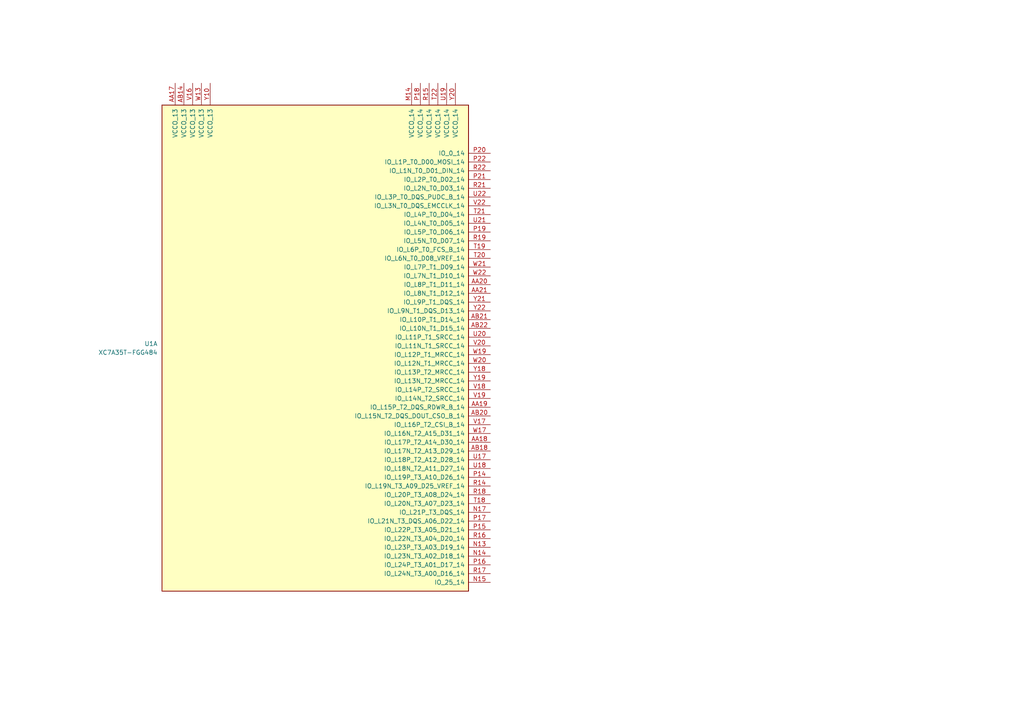
<source format=kicad_sch>
(kicad_sch (version 20250114) (generator "eeschema") (generator_version "9.0")
  (paper "A4")
  (lib_symbols
    (symbol "FPGA_Xilinx_Artix7:XC7A35T-FGG484" (pin_names (offset 1.016))
      (property "Reference" "U" (at 0 1.27 0))
      (property "Value" "XC7A35T-FGG484" (at 0 -1.27 0))
      (symbol "XC7A35T-FGG484_1_1"
        (rectangle (start -44.45 67.31) (end 44.45 -73.66) (stroke (width 0.254)) (fill (type background)))
        (pin power_in line (at -40.64 73.66 270) (length 6.35) (name "VCCO_13") (number "AA17"))
        (pin power_in line (at -38.1 73.66 270) (length 6.35) (name "VCCO_13") (number "AB14"))
        (pin power_in line (at -35.56 73.66 270) (length 6.35) (name "VCCO_13") (number "V16"))
        (pin power_in line (at -33.02 73.66 270) (length 6.35) (name "VCCO_13") (number "W13"))
        (pin power_in line (at -30.48 73.66 270) (length 6.35) (name "VCCO_13") (number "Y10"))
        (pin power_in line (at 27.94 73.66 270) (length 6.35) (name "VCCO_14") (number "M14"))
        (pin power_in line (at 30.48 73.66 270) (length 6.35) (name "VCCO_14") (number "P18"))
        (pin power_in line (at 33.02 73.66 270) (length 6.35) (name "VCCO_14") (number "R15"))
        (pin power_in line (at 35.56 73.66 270) (length 6.35) (name "VCCO_14") (number "T22"))
        (pin power_in line (at 38.1 73.66 270) (length 6.35) (name "VCCO_14") (number "U19"))
        (pin power_in line (at 40.64 73.66 270) (length 6.35) (name "VCCO_14") (number "Y20"))
        (pin bidirectional line (at 50.8 53.34 180) (length 6.35) (name "IO_0_14") (number "P20"))
        (pin bidirectional line (at 50.8 50.8 180) (length 6.35) (name "IO_L1P_T0_D00_MOSI_14") (number "P22"))
        (pin bidirectional line (at 50.8 48.26 180) (length 6.35) (name "IO_L1N_T0_D01_DIN_14") (number "R22"))
        (pin bidirectional line (at 50.8 45.72 180) (length 6.35) (name "IO_L2P_T0_D02_14") (number "P21"))
        (pin bidirectional line (at 50.8 43.18 180) (length 6.35) (name "IO_L2N_T0_D03_14") (number "R21"))
        (pin bidirectional line (at 50.8 40.64 180) (length 6.35) (name "IO_L3P_T0_DQS_PUDC_B_14") (number "U22"))
        (pin bidirectional line (at 50.8 38.1 180) (length 6.35) (name "IO_L3N_T0_DQS_EMCCLK_14") (number "V22"))
        (pin bidirectional line (at 50.8 35.56 180) (length 6.35) (name "IO_L4P_T0_D04_14") (number "T21"))
        (pin bidirectional line (at 50.8 33.02 180) (length 6.35) (name "IO_L4N_T0_D05_14") (number "U21"))
        (pin bidirectional line (at 50.8 30.48 180) (length 6.35) (name "IO_L5P_T0_D06_14") (number "P19"))
        (pin bidirectional line (at 50.8 27.94 180) (length 6.35) (name "IO_L5N_T0_D07_14") (number "R19"))
        (pin bidirectional line (at 50.8 25.4 180) (length 6.35) (name "IO_L6P_T0_FCS_B_14") (number "T19"))
        (pin bidirectional line (at 50.8 22.86 180) (length 6.35) (name "IO_L6N_T0_D08_VREF_14") (number "T20"))
        (pin bidirectional line (at 50.8 20.32 180) (length 6.35) (name "IO_L7P_T1_D09_14") (number "W21"))
        (pin bidirectional line (at 50.8 17.78 180) (length 6.35) (name "IO_L7N_T1_D10_14") (number "W22"))
        (pin bidirectional line (at 50.8 15.24 180) (length 6.35) (name "IO_L8P_T1_D11_14") (number "AA20"))
        (pin bidirectional line (at 50.8 12.7 180) (length 6.35) (name "IO_L8N_T1_D12_14") (number "AA21"))
        (pin bidirectional line (at 50.8 10.16 180) (length 6.35) (name "IO_L9P_T1_DQS_14") (number "Y21"))
        (pin bidirectional line (at 50.8 7.62 180) (length 6.35) (name "IO_L9N_T1_DQS_D13_14") (number "Y22"))
        (pin bidirectional line (at 50.8 5.08 180) (length 6.35) (name "IO_L10P_T1_D14_14") (number "AB21"))
        (pin bidirectional line (at 50.8 2.54 180) (length 6.35) (name "IO_L10N_T1_D15_14") (number "AB22"))
        (pin bidirectional line (at 50.8 0 180) (length 6.35) (name "IO_L11P_T1_SRCC_14") (number "U20"))
        (pin bidirectional line (at 50.8 -2.54 180) (length 6.35) (name "IO_L11N_T1_SRCC_14") (number "V20"))
        (pin bidirectional line (at 50.8 -5.08 180) (length 6.35) (name "IO_L12P_T1_MRCC_14") (number "W19"))
        (pin bidirectional line (at 50.8 -7.62 180) (length 6.35) (name "IO_L12N_T1_MRCC_14") (number "W20"))
        (pin bidirectional line (at 50.8 -10.16 180) (length 6.35) (name "IO_L13P_T2_MRCC_14") (number "Y18"))
        (pin bidirectional line (at 50.8 -12.7 180) (length 6.35) (name "IO_L13N_T2_MRCC_14") (number "Y19"))
        (pin bidirectional line (at 50.8 -15.24 180) (length 6.35) (name "IO_L14P_T2_SRCC_14") (number "V18"))
        (pin bidirectional line (at 50.8 -17.78 180) (length 6.35) (name "IO_L14N_T2_SRCC_14") (number "V19"))
        (pin bidirectional line (at 50.8 -20.32 180) (length 6.35) (name "IO_L15P_T2_DQS_RDWR_B_14") (number "AA19"))
        (pin bidirectional line (at 50.8 -22.86 180) (length 6.35) (name "IO_L15N_T2_DQS_DOUT_CSO_B_14") (number "AB20"))
        (pin bidirectional line (at 50.8 -25.4 180) (length 6.35) (name "IO_L16P_T2_CSI_B_14") (number "V17"))
        (pin bidirectional line (at 50.8 -27.94 180) (length 6.35) (name "IO_L16N_T2_A15_D31_14") (number "W17"))
        (pin bidirectional line (at 50.8 -30.48 180) (length 6.35) (name "IO_L17P_T2_A14_D30_14") (number "AA18"))
        (pin bidirectional line (at 50.8 -33.02 180) (length 6.35) (name "IO_L17N_T2_A13_D29_14") (number "AB18"))
        (pin bidirectional line (at 50.8 -35.56 180) (length 6.35) (name "IO_L18P_T2_A12_D28_14") (number "U17"))
        (pin bidirectional line (at 50.8 -38.1 180) (length 6.35) (name "IO_L18N_T2_A11_D27_14") (number "U18"))
        (pin bidirectional line (at 50.8 -40.64 180) (length 6.35) (name "IO_L19P_T3_A10_D26_14") (number "P14"))
        (pin bidirectional line (at 50.8 -43.18 180) (length 6.35) (name "IO_L19N_T3_A09_D25_VREF_14") (number "R14"))
        (pin bidirectional line (at 50.8 -45.72 180) (length 6.35) (name "IO_L20P_T3_A08_D24_14") (number "R18"))
        (pin bidirectional line (at 50.8 -48.26 180) (length 6.35) (name "IO_L20N_T3_A07_D23_14") (number "T18"))
        (pin bidirectional line (at 50.8 -50.8 180) (length 6.35) (name "IO_L21P_T3_DQS_14") (number "N17"))
        (pin bidirectional line (at 50.8 -53.34 180) (length 6.35) (name "IO_L21N_T3_DQS_A06_D22_14") (number "P17"))
        (pin bidirectional line (at 50.8 -55.88 180) (length 6.35) (name "IO_L22P_T3_A05_D21_14") (number "P15"))
        (pin bidirectional line (at 50.8 -58.42 180) (length 6.35) (name "IO_L22N_T3_A04_D20_14") (number "R16"))
        (pin bidirectional line (at 50.8 -60.96 180) (length 6.35) (name "IO_L23P_T3_A03_D19_14") (number "N13"))
        (pin bidirectional line (at 50.8 -63.5 180) (length 6.35) (name "IO_L23N_T3_A02_D18_14") (number "N14"))
        (pin bidirectional line (at 50.8 -66.04 180) (length 6.35) (name "IO_L24P_T3_A01_D17_14") (number "P16"))
        (pin bidirectional line (at 50.8 -68.58 180) (length 6.35) (name "IO_L24N_T3_A00_D16_14") (number "R17"))
        (pin bidirectional line (at 50.8 -71.12 180) (length 6.35) (name "IO_25_14") (number "N15"))
      )
      (symbol "XC7A35T-FGG484_2_1"
        (rectangle (start -44.45 67.31) (end 44.45 -73.66) (stroke (width 0.254)) (fill (type background)))
        (pin bidirectional line (at -50.8 53.34 0) (length 6.35) (name "IO_0_15") (number "J16"))
        (pin bidirectional line (at -50.8 50.8 0) (length 6.35) (name "IO_L1P_T0_AD0P_15") (number "H13"))
        (pin bidirectional line (at -50.8 48.26 0) (length 6.35) (name "IO_L1N_T0_AD0N_15") (number "G13"))
        (pin bidirectional line (at -50.8 45.72 0) (length 6.35) (name "IO_L2P_T0_AD8P_15") (number "G15"))
        (pin bidirectional line (at -50.8 43.18 0) (length 6.35) (name "IO_L2N_T0_AD8N_15") (number "G16"))
        (pin bidirectional line (at -50.8 40.64 0) (length 6.35) (name "IO_L3P_T0_DQS_AD1P_15") (number "J14"))
        (pin bidirectional line (at -50.8 38.1 0) (length 6.35) (name "IO_L3N_T0_DQS_AD1N_15") (number "H14"))
        (pin bidirectional line (at -50.8 35.56 0) (length 6.35) (name "IO_L4P_T0_15") (number "G17"))
        (pin bidirectional line (at -50.8 33.02 0) (length 6.35) (name "IO_L4N_T0_15") (number "G18"))
        (pin bidirectional line (at -50.8 30.48 0) (length 6.35) (name "IO_L5P_T0_AD9P_15") (number "J15"))
        (pin bidirectional line (at -50.8 27.94 0) (length 6.35) (name "IO_L5N_T0_AD9N_15") (number "H15"))
        (pin bidirectional line (at -50.8 25.4 0) (length 6.35) (name "IO_L6P_T0_15") (number "H17"))
        (pin bidirectional line (at -50.8 22.86 0) (length 6.35) (name "IO_L6N_T0_VREF_15") (number "H18"))
        (pin bidirectional line (at -50.8 20.32 0) (length 6.35) (name "IO_L7P_T1_AD2P_15") (number "J22"))
        (pin bidirectional line (at -50.8 17.78 0) (length 6.35) (name "IO_L7N_T1_AD2N_15") (number "H22"))
        (pin bidirectional line (at -50.8 15.24 0) (length 6.35) (name "IO_L8P_T1_AD10P_15") (number "H20"))
        (pin bidirectional line (at -50.8 12.7 0) (length 6.35) (name "IO_L8N_T1_AD10N_15") (number "G20"))
        (pin bidirectional line (at -50.8 10.16 0) (length 6.35) (name "IO_L9P_T1_DQS_AD3P_15") (number "K21"))
        (pin bidirectional line (at -50.8 7.62 0) (length 6.35) (name "IO_L9N_T1_DQS_AD3N_15") (number "K22"))
        (pin bidirectional line (at -50.8 5.08 0) (length 6.35) (name "IO_L10P_T1_AD11P_15") (number "M21"))
        (pin bidirectional line (at -50.8 2.54 0) (length 6.35) (name "IO_L10N_T1_AD11N_15") (number "L21"))
        (pin bidirectional line (at -50.8 0 0) (length 6.35) (name "IO_L11P_T1_SRCC_15") (number "J20"))
        (pin bidirectional line (at -50.8 -2.54 0) (length 6.35) (name "IO_L11N_T1_SRCC_15") (number "J21"))
        (pin bidirectional line (at -50.8 -5.08 0) (length 6.35) (name "IO_L12P_T1_MRCC_15") (number "J19"))
        (pin bidirectional line (at -50.8 -7.62 0) (length 6.35) (name "IO_L12N_T1_MRCC_15") (number "H19"))
        (pin bidirectional line (at -50.8 -10.16 0) (length 6.35) (name "IO_L13P_T2_MRCC_15") (number "K18"))
        (pin bidirectional line (at -50.8 -12.7 0) (length 6.35) (name "IO_L13N_T2_MRCC_15") (number "K19"))
        (pin bidirectional line (at -50.8 -15.24 0) (length 6.35) (name "IO_L14P_T2_SRCC_15") (number "L19"))
        (pin bidirectional line (at -50.8 -17.78 0) (length 6.35) (name "IO_L14N_T2_SRCC_15") (number "L20"))
        (pin bidirectional line (at -50.8 -20.32 0) (length 6.35) (name "IO_L15P_T2_DQS_15") (number "N22"))
        (pin bidirectional line (at -50.8 -22.86 0) (length 6.35) (name "IO_L15N_T2_DQS_ADV_B_15") (number "M22"))
        (pin bidirectional line (at -50.8 -25.4 0) (length 6.35) (name "IO_L16P_T2_A28_15") (number "M18"))
        (pin bidirectional line (at -50.8 -27.94 0) (length 6.35) (name "IO_L16N_T2_A27_15") (number "L18"))
        (pin bidirectional line (at -50.8 -30.48 0) (length 6.35) (name "IO_L17P_T2_A26_15") (number "N18"))
        (pin bidirectional line (at -50.8 -33.02 0) (length 6.35) (name "IO_L17N_T2_A25_15") (number "N19"))
        (pin bidirectional line (at -50.8 -35.56 0) (length 6.35) (name "IO_L18P_T2_A24_15") (number "N20"))
        (pin bidirectional line (at -50.8 -38.1 0) (length 6.35) (name "IO_L18N_T2_A23_15") (number "M20"))
        (pin bidirectional line (at -50.8 -40.64 0) (length 6.35) (name "IO_L19P_T3_A22_15") (number "K13"))
        (pin bidirectional line (at -50.8 -43.18 0) (length 6.35) (name "IO_L19N_T3_A21_VREF_15") (number "K14"))
        (pin bidirectional line (at -50.8 -45.72 0) (length 6.35) (name "IO_L20P_T3_A20_15") (number "M13"))
        (pin bidirectional line (at -50.8 -48.26 0) (length 6.35) (name "IO_L20N_T3_A19_15") (number "L13"))
        (pin bidirectional line (at -50.8 -50.8 0) (length 6.35) (name "IO_L21P_T3_DQS_15") (number "K17"))
        (pin bidirectional line (at -50.8 -53.34 0) (length 6.35) (name "IO_L21N_T3_DQS_A18_15") (number "J17"))
        (pin bidirectional line (at -50.8 -55.88 0) (length 6.35) (name "IO_L22P_T3_A17_15") (number "L14"))
        (pin bidirectional line (at -50.8 -58.42 0) (length 6.35) (name "IO_L22N_T3_A16_15") (number "L15"))
        (pin bidirectional line (at -50.8 -60.96 0) (length 6.35) (name "IO_L23P_T3_FOE_B_15") (number "L16"))
        (pin bidirectional line (at -50.8 -63.5 0) (length 6.35) (name "IO_L23N_T3_FWE_B_15") (number "K16"))
        (pin bidirectional line (at -50.8 -66.04 0) (length 6.35) (name "IO_L24P_T3_RS1_15") (number "M15"))
        (pin bidirectional line (at -50.8 -68.58 0) (length 6.35) (name "IO_L24N_T3_RS0_15") (number "M16"))
        (pin bidirectional line (at -50.8 -71.12 0) (length 6.35) (name "IO_25_15") (number "M17"))
        (pin power_in line (at -40.64 73.66 270) (length 6.35) (name "VCCO_15") (number "G19"))
        (pin power_in line (at -38.1 73.66 270) (length 6.35) (name "VCCO_15") (number "H16"))
        (pin power_in line (at -35.56 73.66 270) (length 6.35) (name "VCCO_15") (number "J13"))
        (pin power_in line (at -33.02 73.66 270) (length 6.35) (name "VCCO_15") (number "K20"))
        (pin power_in line (at -30.48 73.66 270) (length 6.35) (name "VCCO_15") (number "L17"))
        (pin power_in line (at -27.94 73.66 270) (length 6.35) (name "VCCO_15") (number "N21"))
        (pin power_in line (at 27.94 73.66 270) (length 6.35) (name "VCCO_16") (number "A17"))
        (pin power_in line (at 30.48 73.66 270) (length 6.35) (name "VCCO_16") (number "B14"))
        (pin power_in line (at 33.02 73.66 270) (length 6.35) (name "VCCO_16") (number "C21"))
        (pin power_in line (at 35.56 73.66 270) (length 6.35) (name "VCCO_16") (number "D18"))
        (pin power_in line (at 38.1 73.66 270) (length 6.35) (name "VCCO_16") (number "E15"))
        (pin power_in line (at 40.64 73.66 270) (length 6.35) (name "VCCO_16") (number "F22"))
        (pin bidirectional line (at 50.8 53.34 180) (length 6.35) (name "IO_0_16") (number "F15"))
        (pin bidirectional line (at 50.8 50.8 180) (length 6.35) (name "IO_L1P_T0_16") (number "F13"))
        (pin bidirectional line (at 50.8 48.26 180) (length 6.35) (name "IO_L1N_T0_16") (number "F14"))
        (pin bidirectional line (at 50.8 45.72 180) (length 6.35) (name "IO_L2P_T0_16") (number "F16"))
        (pin bidirectional line (at 50.8 43.18 180) (length 6.35) (name "IO_L2N_T0_16") (number "E17"))
        (pin bidirectional line (at 50.8 40.64 180) (length 6.35) (name "IO_L3P_T0_DQS_16") (number "C14"))
        (pin bidirectional line (at 50.8 38.1 180) (length 6.35) (name "IO_L3N_T0_DQS_16") (number "C15"))
        (pin bidirectional line (at 50.8 35.56 180) (length 6.35) (name "IO_L4P_T0_16") (number "E13"))
        (pin bidirectional line (at 50.8 33.02 180) (length 6.35) (name "IO_L4N_T0_16") (number "E14"))
        (pin bidirectional line (at 50.8 30.48 180) (length 6.35) (name "IO_L5P_T0_16") (number "E16"))
        (pin bidirectional line (at 50.8 27.94 180) (length 6.35) (name "IO_L5N_T0_16") (number "D16"))
        (pin bidirectional line (at 50.8 25.4 180) (length 6.35) (name "IO_L6P_T0_16") (number "D14"))
        (pin bidirectional line (at 50.8 22.86 180) (length 6.35) (name "IO_L6N_T0_VREF_16") (number "D15"))
        (pin bidirectional line (at 50.8 20.32 180) (length 6.35) (name "IO_L7P_T1_16") (number "B15"))
        (pin bidirectional line (at 50.8 17.78 180) (length 6.35) (name "IO_L7N_T1_16") (number "B16"))
        (pin bidirectional line (at 50.8 15.24 180) (length 6.35) (name "IO_L8P_T1_16") (number "C13"))
        (pin bidirectional line (at 50.8 12.7 180) (length 6.35) (name "IO_L8N_T1_16") (number "B13"))
        (pin bidirectional line (at 50.8 10.16 180) (length 6.35) (name "IO_L9P_T1_DQS_16") (number "A15"))
        (pin bidirectional line (at 50.8 7.62 180) (length 6.35) (name "IO_L9N_T1_DQS_16") (number "A16"))
        (pin bidirectional line (at 50.8 5.08 180) (length 6.35) (name "IO_L10P_T1_16") (number "A13"))
        (pin bidirectional line (at 50.8 2.54 180) (length 6.35) (name "IO_L10N_T1_16") (number "A14"))
        (pin bidirectional line (at 50.8 0 180) (length 6.35) (name "IO_L11P_T1_SRCC_16") (number "B17"))
        (pin bidirectional line (at 50.8 -2.54 180) (length 6.35) (name "IO_L11N_T1_SRCC_16") (number "B18"))
        (pin bidirectional line (at 50.8 -5.08 180) (length 6.35) (name "IO_L12P_T1_MRCC_16") (number "D17"))
        (pin bidirectional line (at 50.8 -7.62 180) (length 6.35) (name "IO_L12N_T1_MRCC_16") (number "C17"))
        (pin bidirectional line (at 50.8 -10.16 180) (length 6.35) (name "IO_L13P_T2_MRCC_16") (number "C18"))
        (pin bidirectional line (at 50.8 -12.7 180) (length 6.35) (name "IO_L13N_T2_MRCC_16") (number "C19"))
        (pin bidirectional line (at 50.8 -15.24 180) (length 6.35) (name "IO_L14P_T2_SRCC_16") (number "E19"))
        (pin bidirectional line (at 50.8 -17.78 180) (length 6.35) (name "IO_L14N_T2_SRCC_16") (number "D19"))
        (pin bidirectional line (at 50.8 -20.32 180) (length 6.35) (name "IO_L15P_T2_DQS_16") (number "F18"))
        (pin bidirectional line (at 50.8 -22.86 180) (length 6.35) (name "IO_L15N_T2_DQS_16") (number "E18"))
        (pin bidirectional line (at 50.8 -25.4 180) (length 6.35) (name "IO_L16P_T2_16") (number "B20"))
        (pin bidirectional line (at 50.8 -27.94 180) (length 6.35) (name "IO_L16N_T2_16") (number "A20"))
        (pin bidirectional line (at 50.8 -30.48 180) (length 6.35) (name "IO_L17P_T2_16") (number "A18"))
        (pin bidirectional line (at 50.8 -33.02 180) (length 6.35) (name "IO_L17N_T2_16") (number "A19"))
        (pin bidirectional line (at 50.8 -35.56 180) (length 6.35) (name "IO_L18P_T2_16") (number "F19"))
        (pin bidirectional line (at 50.8 -38.1 180) (length 6.35) (name "IO_L18N_T2_16") (number "F20"))
        (pin bidirectional line (at 50.8 -40.64 180) (length 6.35) (name "IO_L19P_T3_16") (number "D20"))
        (pin bidirectional line (at 50.8 -43.18 180) (length 6.35) (name "IO_L19N_T3_VREF_16") (number "C20"))
        (pin bidirectional line (at 50.8 -45.72 180) (length 6.35) (name "IO_L20P_T3_16") (number "C22"))
        (pin bidirectional line (at 50.8 -48.26 180) (length 6.35) (name "IO_L20N_T3_16") (number "B22"))
        (pin bidirectional line (at 50.8 -50.8 180) (length 6.35) (name "IO_L21P_T3_DQS_16") (number "B21"))
        (pin bidirectional line (at 50.8 -53.34 180) (length 6.35) (name "IO_L21N_T3_DQS_16") (number "A21"))
        (pin bidirectional line (at 50.8 -55.88 180) (length 6.35) (name "IO_L22P_T3_16") (number "E22"))
        (pin bidirectional line (at 50.8 -58.42 180) (length 6.35) (name "IO_L22N_T3_16") (number "D22"))
        (pin bidirectional line (at 50.8 -60.96 180) (length 6.35) (name "IO_L23P_T3_16") (number "E21"))
        (pin bidirectional line (at 50.8 -63.5 180) (length 6.35) (name "IO_L23N_T3_16") (number "D21"))
        (pin bidirectional line (at 50.8 -66.04 180) (length 6.35) (name "IO_L24P_T3_16") (number "G21"))
        (pin bidirectional line (at 50.8 -68.58 180) (length 6.35) (name "IO_L24N_T3_16") (number "G22"))
        (pin bidirectional line (at 50.8 -71.12 180) (length 6.35) (name "IO_25_16") (number "F21"))
      )
      (symbol "XC7A35T-FGG484_3_1"
        (rectangle (start -44.45 67.31) (end 44.45 -73.66) (stroke (width 0.254)) (fill (type background)))
        (pin bidirectional line (at -50.8 53.34 0) (length 6.35) (name "IO_0_34") (number "T3"))
        (pin bidirectional line (at -50.8 50.8 0) (length 6.35) (name "IO_L1P_T0_34") (number "T1"))
        (pin bidirectional line (at -50.8 48.26 0) (length 6.35) (name "IO_L1N_T0_34") (number "U1"))
        (pin bidirectional line (at -50.8 45.72 0) (length 6.35) (name "IO_L2P_T0_34") (number "U2"))
        (pin bidirectional line (at -50.8 43.18 0) (length 6.35) (name "IO_L2N_T0_34") (number "V2"))
        (pin bidirectional line (at -50.8 40.64 0) (length 6.35) (name "IO_L3P_T0_DQS_34") (number "R3"))
        (pin bidirectional line (at -50.8 38.1 0) (length 6.35) (name "IO_L3N_T0_DQS_34") (number "R2"))
        (pin bidirectional line (at -50.8 35.56 0) (length 6.35) (name "IO_L4P_T0_34") (number "W2"))
        (pin bidirectional line (at -50.8 33.02 0) (length 6.35) (name "IO_L4N_T0_34") (number "Y2"))
        (pin bidirectional line (at -50.8 30.48 0) (length 6.35) (name "IO_L5P_T0_34") (number "W1"))
        (pin bidirectional line (at -50.8 27.94 0) (length 6.35) (name "IO_L5N_T0_34") (number "Y1"))
        (pin bidirectional line (at -50.8 25.4 0) (length 6.35) (name "IO_L6P_T0_34") (number "U3"))
        (pin bidirectional line (at -50.8 22.86 0) (length 6.35) (name "IO_L6N_T0_VREF_34") (number "V3"))
        (pin bidirectional line (at -50.8 20.32 0) (length 6.35) (name "IO_L7P_T1_34") (number "AA1"))
        (pin bidirectional line (at -50.8 17.78 0) (length 6.35) (name "IO_L7N_T1_34") (number "AB1"))
        (pin bidirectional line (at -50.8 15.24 0) (length 6.35) (name "IO_L8P_T1_34") (number "AB3"))
        (pin bidirectional line (at -50.8 12.7 0) (length 6.35) (name "IO_L8N_T1_34") (number "AB2"))
        (pin bidirectional line (at -50.8 10.16 0) (length 6.35) (name "IO_L9P_T1_DQS_34") (number "Y3"))
        (pin bidirectional line (at -50.8 7.62 0) (length 6.35) (name "IO_L9N_T1_DQS_34") (number "AA3"))
        (pin bidirectional line (at -50.8 5.08 0) (length 6.35) (name "IO_L10P_T1_34") (number "AA5"))
        (pin bidirectional line (at -50.8 2.54 0) (length 6.35) (name "IO_L10N_T1_34") (number "AB5"))
        (pin bidirectional line (at -50.8 0 0) (length 6.35) (name "IO_L11P_T1_SRCC_34") (number "Y4"))
        (pin bidirectional line (at -50.8 -2.54 0) (length 6.35) (name "IO_L11N_T1_SRCC_34") (number "AA4"))
        (pin bidirectional line (at -50.8 -5.08 0) (length 6.35) (name "IO_L12P_T1_MRCC_34") (number "V4"))
        (pin bidirectional line (at -50.8 -7.62 0) (length 6.35) (name "IO_L12N_T1_MRCC_34") (number "W4"))
        (pin bidirectional line (at -50.8 -10.16 0) (length 6.35) (name "IO_L13P_T2_MRCC_34") (number "R4"))
        (pin bidirectional line (at -50.8 -12.7 0) (length 6.35) (name "IO_L13N_T2_MRCC_34") (number "T4"))
        (pin bidirectional line (at -50.8 -15.24 0) (length 6.35) (name "IO_L14P_T2_SRCC_34") (number "T5"))
        (pin bidirectional line (at -50.8 -17.78 0) (length 6.35) (name "IO_L14N_T2_SRCC_34") (number "U5"))
        (pin bidirectional line (at -50.8 -20.32 0) (length 6.35) (name "IO_L15P_T2_DQS_34") (number "W6"))
        (pin bidirectional line (at -50.8 -22.86 0) (length 6.35) (name "IO_L15N_T2_DQS_34") (number "W5"))
        (pin bidirectional line (at -50.8 -25.4 0) (length 6.35) (name "IO_L16P_T2_34") (number "U6"))
        (pin bidirectional line (at -50.8 -27.94 0) (length 6.35) (name "IO_L16N_T2_34") (number "V5"))
        (pin bidirectional line (at -50.8 -30.48 0) (length 6.35) (name "IO_L17P_T2_34") (number "R6"))
        (pin bidirectional line (at -50.8 -33.02 0) (length 6.35) (name "IO_L17N_T2_34") (number "T6"))
        (pin bidirectional line (at -50.8 -35.56 0) (length 6.35) (name "IO_L18P_T2_34") (number "Y6"))
        (pin bidirectional line (at -50.8 -38.1 0) (length 6.35) (name "IO_L18N_T2_34") (number "AA6"))
        (pin bidirectional line (at -50.8 -40.64 0) (length 6.35) (name "IO_L19P_T3_34") (number "V7"))
        (pin bidirectional line (at -50.8 -43.18 0) (length 6.35) (name "IO_L19N_T3_VREF_34") (number "W7"))
        (pin bidirectional line (at -50.8 -45.72 0) (length 6.35) (name "IO_L20P_T3_34") (number "AB7"))
        (pin bidirectional line (at -50.8 -48.26 0) (length 6.35) (name "IO_L20N_T3_34") (number "AB6"))
        (pin bidirectional line (at -50.8 -50.8 0) (length 6.35) (name "IO_L21P_T3_DQS_34") (number "V9"))
        (pin bidirectional line (at -50.8 -53.34 0) (length 6.35) (name "IO_L21N_T3_DQS_34") (number "V8"))
        (pin bidirectional line (at -50.8 -55.88 0) (length 6.35) (name "IO_L22P_T3_34") (number "AA8"))
        (pin bidirectional line (at -50.8 -58.42 0) (length 6.35) (name "IO_L22N_T3_34") (number "AB8"))
        (pin bidirectional line (at -50.8 -60.96 0) (length 6.35) (name "IO_L23P_T3_34") (number "Y8"))
        (pin bidirectional line (at -50.8 -63.5 0) (length 6.35) (name "IO_L23N_T3_34") (number "Y7"))
        (pin bidirectional line (at -50.8 -66.04 0) (length 6.35) (name "IO_L24P_T3_34") (number "W9"))
        (pin bidirectional line (at -50.8 -68.58 0) (length 6.35) (name "IO_L24N_T3_34") (number "Y9"))
        (pin bidirectional line (at -50.8 -71.12 0) (length 6.35) (name "IO_25_34") (number "U7"))
        (pin power_in line (at -40.64 73.66 270) (length 6.35) (name "VCCO_34") (number "AA7"))
        (pin power_in line (at -38.1 73.66 270) (length 6.35) (name "VCCO_34") (number "AB4"))
        (pin power_in line (at -35.56 73.66 270) (length 6.35) (name "VCCO_34") (number "R5"))
        (pin power_in line (at -33.02 73.66 270) (length 6.35) (name "VCCO_34") (number "T2"))
        (pin power_in line (at -30.48 73.66 270) (length 6.35) (name "VCCO_34") (number "V6"))
        (pin power_in line (at -27.94 73.66 270) (length 6.35) (name "VCCO_34") (number "W3"))
        (pin power_in line (at 27.94 73.66 270) (length 6.35) (name "VCCO_35") (number "C1"))
        (pin power_in line (at 30.48 73.66 270) (length 6.35) (name "VCCO_35") (number "F2"))
        (pin power_in line (at 33.02 73.66 270) (length 6.35) (name "VCCO_35") (number "H6"))
        (pin power_in line (at 35.56 73.66 270) (length 6.35) (name "VCCO_35") (number "J3"))
        (pin power_in line (at 38.1 73.66 270) (length 6.35) (name "VCCO_35") (number "M4"))
        (pin power_in line (at 40.64 73.66 270) (length 6.35) (name "VCCO_35") (number "N1"))
        (pin bidirectional line (at 50.8 53.34 180) (length 6.35) (name "IO_0_35") (number "F4"))
        (pin bidirectional line (at 50.8 50.8 180) (length 6.35) (name "IO_L1P_T0_AD4P_35") (number "B1"))
        (pin bidirectional line (at 50.8 48.26 180) (length 6.35) (name "IO_L1N_T0_AD4N_35") (number "A1"))
        (pin bidirectional line (at 50.8 45.72 180) (length 6.35) (name "IO_L2P_T0_AD12P_35") (number "C2"))
        (pin bidirectional line (at 50.8 43.18 180) (length 6.35) (name "IO_L2N_T0_AD12N_35") (number "B2"))
        (pin bidirectional line (at 50.8 40.64 180) (length 6.35) (name "IO_L3P_T0_DQS_AD5P_35") (number "E1"))
        (pin bidirectional line (at 50.8 38.1 180) (length 6.35) (name "IO_L3N_T0_DQS_AD5N_35") (number "D1"))
        (pin bidirectional line (at 50.8 35.56 180) (length 6.35) (name "IO_L4P_T0_35") (number "E2"))
        (pin bidirectional line (at 50.8 33.02 180) (length 6.35) (name "IO_L4N_T0_35") (number "D2"))
        (pin bidirectional line (at 50.8 30.48 180) (length 6.35) (name "IO_L5P_T0_AD13P_35") (number "G1"))
        (pin bidirectional line (at 50.8 27.94 180) (length 6.35) (name "IO_L5N_T0_AD13N_35") (number "F1"))
        (pin bidirectional line (at 50.8 25.4 180) (length 6.35) (name "IO_L6P_T0_35") (number "F3"))
        (pin bidirectional line (at 50.8 22.86 180) (length 6.35) (name "IO_L6N_T0_VREF_35") (number "E3"))
        (pin bidirectional line (at 50.8 20.32 180) (length 6.35) (name "IO_L7P_T1_AD6P_35") (number "K1"))
        (pin bidirectional line (at 50.8 17.78 180) (length 6.35) (name "IO_L7N_T1_AD6N_35") (number "J1"))
        (pin bidirectional line (at 50.8 15.24 180) (length 6.35) (name "IO_L8P_T1_AD14P_35") (number "H2"))
        (pin bidirectional line (at 50.8 12.7 180) (length 6.35) (name "IO_L8N_T1_AD14N_35") (number "G2"))
        (pin bidirectional line (at 50.8 10.16 180) (length 6.35) (name "IO_L9P_T1_DQS_AD7P_35") (number "K2"))
        (pin bidirectional line (at 50.8 7.62 180) (length 6.35) (name "IO_L9N_T1_DQS_AD7N_35") (number "J2"))
        (pin bidirectional line (at 50.8 5.08 180) (length 6.35) (name "IO_L10P_T1_AD15P_35") (number "J5"))
        (pin bidirectional line (at 50.8 2.54 180) (length 6.35) (name "IO_L10N_T1_AD15N_35") (number "H5"))
        (pin bidirectional line (at 50.8 0 180) (length 6.35) (name "IO_L11P_T1_SRCC_35") (number "H3"))
        (pin bidirectional line (at 50.8 -2.54 180) (length 6.35) (name "IO_L11N_T1_SRCC_35") (number "G3"))
        (pin bidirectional line (at 50.8 -5.08 180) (length 6.35) (name "IO_L12P_T1_MRCC_35") (number "H4"))
        (pin bidirectional line (at 50.8 -7.62 180) (length 6.35) (name "IO_L12N_T1_MRCC_35") (number "G4"))
        (pin bidirectional line (at 50.8 -10.16 180) (length 6.35) (name "IO_L13P_T2_MRCC_35") (number "K4"))
        (pin bidirectional line (at 50.8 -12.7 180) (length 6.35) (name "IO_L13N_T2_MRCC_35") (number "J4"))
        (pin bidirectional line (at 50.8 -15.24 180) (length 6.35) (name "IO_L14P_T2_SRCC_35") (number "L3"))
        (pin bidirectional line (at 50.8 -17.78 180) (length 6.35) (name "IO_L14N_T2_SRCC_35") (number "K3"))
        (pin bidirectional line (at 50.8 -20.32 180) (length 6.35) (name "IO_L15P_T2_DQS_35") (number "M1"))
        (pin bidirectional line (at 50.8 -22.86 180) (length 6.35) (name "IO_L15N_T2_DQS_35") (number "L1"))
        (pin bidirectional line (at 50.8 -25.4 180) (length 6.35) (name "IO_L16P_T2_35") (number "M3"))
        (pin bidirectional line (at 50.8 -27.94 180) (length 6.35) (name "IO_L16N_T2_35") (number "M2"))
        (pin bidirectional line (at 50.8 -30.48 180) (length 6.35) (name "IO_L17P_T2_35") (number "K6"))
        (pin bidirectional line (at 50.8 -33.02 180) (length 6.35) (name "IO_L17N_T2_35") (number "J6"))
        (pin bidirectional line (at 50.8 -35.56 180) (length 6.35) (name "IO_L18P_T2_35") (number "L5"))
        (pin bidirectional line (at 50.8 -38.1 180) (length 6.35) (name "IO_L18N_T2_35") (number "L4"))
        (pin bidirectional line (at 50.8 -40.64 180) (length 6.35) (name "IO_L19P_T3_35") (number "N4"))
        (pin bidirectional line (at 50.8 -43.18 180) (length 6.35) (name "IO_L19N_T3_VREF_35") (number "N3"))
        (pin bidirectional line (at 50.8 -45.72 180) (length 6.35) (name "IO_L20P_T3_35") (number "R1"))
        (pin bidirectional line (at 50.8 -48.26 180) (length 6.35) (name "IO_L20N_T3_35") (number "P1"))
        (pin bidirectional line (at 50.8 -50.8 180) (length 6.35) (name "IO_L21P_T3_DQS_35") (number "P5"))
        (pin bidirectional line (at 50.8 -53.34 180) (length 6.35) (name "IO_L21N_T3_DQS_35") (number "P4"))
        (pin bidirectional line (at 50.8 -55.88 180) (length 6.35) (name "IO_L22P_T3_35") (number "P2"))
        (pin bidirectional line (at 50.8 -58.42 180) (length 6.35) (name "IO_L22N_T3_35") (number "N2"))
        (pin bidirectional line (at 50.8 -60.96 180) (length 6.35) (name "IO_L23P_T3_35") (number "M6"))
        (pin bidirectional line (at 50.8 -63.5 180) (length 6.35) (name "IO_L23N_T3_35") (number "M5"))
        (pin bidirectional line (at 50.8 -66.04 180) (length 6.35) (name "IO_L24P_T3_35") (number "P6"))
        (pin bidirectional line (at 50.8 -68.58 180) (length 6.35) (name "IO_L24N_T3_35") (number "N5"))
        (pin bidirectional line (at 50.8 -71.12 180) (length 6.35) (name "IO_25_35") (number "L6"))
      )
      (symbol "XC7A35T-FGG484_4_1"
        (rectangle (start -31.75 30.48) (end 31.75 -30.48) (stroke (width 0.254)) (fill (type background)))
        (pin bidirectional line (at -38.1 27.94 0) (length 6.35) (name "MGTPTXP0_216") (number "B4"))
        (pin bidirectional line (at -38.1 25.4 0) (length 6.35) (name "MGTPTXN0_216") (number "A4"))
        (pin bidirectional line (at -38.1 22.86 0) (length 6.35) (name "MGTPTXP1_216") (number "D5"))
        (pin bidirectional line (at -38.1 20.32 0) (length 6.35) (name "MGTPTXN1_216") (number "C5"))
        (pin bidirectional line (at -38.1 17.78 0) (length 6.35) (name "MGTPTXP2_216") (number "B6"))
        (pin bidirectional line (at -38.1 15.24 0) (length 6.35) (name "MGTPTXN2_216") (number "A6"))
        (pin bidirectional line (at -38.1 12.7 0) (length 6.35) (name "MGTPTXP3_216") (number "D7"))
        (pin bidirectional line (at -38.1 10.16 0) (length 6.35) (name "MGTPTXN3_216") (number "C7"))
        (pin bidirectional line (at -38.1 5.08 0) (length 6.35) (name "MGTPRXP0_216") (number "B8"))
        (pin bidirectional line (at -38.1 2.54 0) (length 6.35) (name "MGTPRXN0_216") (number "A8"))
        (pin bidirectional line (at -38.1 0 0) (length 6.35) (name "MGTPRXP1_216") (number "D11"))
        (pin bidirectional line (at -38.1 -2.54 0) (length 6.35) (name "MGTPRXN1_216") (number "C11"))
        (pin bidirectional line (at -38.1 -5.08 0) (length 6.35) (name "MGTPRXP2_216") (number "B10"))
        (pin bidirectional line (at -38.1 -7.62 0) (length 6.35) (name "MGTPRXN2_216") (number "A10"))
        (pin bidirectional line (at -38.1 -10.16 0) (length 6.35) (name "MGTPRXP3_216") (number "D9"))
        (pin bidirectional line (at -38.1 -12.7 0) (length 6.35) (name "MGTPRXN3_216") (number "C9"))
        (pin bidirectional line (at -38.1 -17.78 0) (length 6.35) (name "MGTREFCLK0P_216") (number "F6"))
        (pin bidirectional line (at -38.1 -20.32 0) (length 6.35) (name "MGTREFCLK0N_216") (number "E6"))
        (pin bidirectional line (at -38.1 -22.86 0) (length 6.35) (name "MGTREFCLK1P_216") (number "F10"))
        (pin bidirectional line (at -38.1 -25.4 0) (length 6.35) (name "MGTREFCLK1N_216") (number "E10"))
      )
      (symbol "XC7A35T-FGG484_5_1"
        (rectangle (start -31.75 12.7) (end 31.75 -12.7) (stroke (width 0.254)) (fill (type background)))
        (pin power_in line (at -38.1 10.16 0) (length 6.35) (name "MGTAVCC") (number "D6"))
        (pin power_in line (at -38.1 7.62 0) (length 6.35) (name "MGTAVCC") (number "D10"))
        (pin power_in line (at -38.1 5.08 0) (length 6.35) (name "MGTAVCC") (number "F7"))
        (pin power_in line (at -38.1 2.54 0) (length 6.35) (name "MGTAVCC") (number "F9"))
        (pin power_in line (at -38.1 0 0) (length 6.35) (name "MGTAVCC") (number "E8"))
        (pin power_in line (at 38.1 10.16 180) (length 6.35) (name "MGTAVTT") (number "B5"))
        (pin power_in line (at 38.1 7.62 180) (length 6.35) (name "MGTAVTT") (number "B7"))
        (pin power_in line (at 38.1 5.08 180) (length 6.35) (name "MGTAVTT") (number "B9"))
        (pin power_in line (at 38.1 2.54 180) (length 6.35) (name "MGTAVTT") (number "B11"))
        (pin power_in line (at 38.1 0 180) (length 6.35) (name "MGTAVTT") (number "C4"))
        (pin power_in line (at 38.1 -2.54 180) (length 6.35) (name "MGTAVTT") (number "C8"))
        (pin power_in line (at 38.1 -7.62 180) (length 6.35) (name "MGTRREF_216") (number "F8"))
      )
      (symbol "XC7A35T-FGG484_6_1"
        (rectangle (start -31.75 34.29) (end 31.75 -40.64) (stroke (width 0.254)) (fill (type background)))
        (pin power_in line (at 25.4 40.64 270) (length 6.35) (name "VCCO_0") (number "F12"))
        (pin power_in line (at 27.94 40.64 270) (length 6.35) (name "VCCO_0") (number "T12"))
        (pin bidirectional line (at 38.1 20.32 180) (length 6.35) (name "TDI_0") (number "R13"))
        (pin bidirectional line (at 38.1 17.78 180) (length 6.35) (name "TDO_0") (number "U13"))
        (pin bidirectional line (at 38.1 15.24 180) (length 6.35) (name "TMS_0") (number "T13"))
        (pin bidirectional line (at 38.1 12.7 180) (length 6.35) (name "TCK_0") (number "V12"))
        (pin bidirectional line (at 38.1 7.62 180) (length 6.35) (name "CCLK_0") (number "L12"))
        (pin bidirectional line (at 38.1 5.08 180) (length 6.35) (name "M0_0") (number "U11"))
        (pin bidirectional line (at 38.1 2.54 180) (length 6.35) (name "M1_0") (number "U10"))
        (pin bidirectional line (at 38.1 0 180) (length 6.35) (name "M2_0") (number "U9"))
        (pin bidirectional line (at 38.1 -5.08 180) (length 6.35) (name "DONE_0") (number "G11"))
        (pin bidirectional line (at 38.1 -7.62 180) (length 6.35) (name "INIT_B_0") (number "U12"))
        (pin bidirectional line (at 38.1 -10.16 180) (length 6.35) (name "PROGRAM_B_0") (number "N12"))
        (pin bidirectional line (at 38.1 -15.24 180) (length 6.35) (name "CFGBVS_0") (number "U8"))
        (pin bidirectional line (at 38.1 -20.32 180) (length 6.35) (name "VP_0") (number "L10"))
        (pin bidirectional line (at 38.1 -22.86 180) (length 6.35) (name "VN_0") (number "M9"))
        (pin bidirectional line (at 38.1 -27.94 180) (length 6.35) (name "VREFP_0") (number "M10"))
        (pin bidirectional line (at 38.1 -30.48 180) (length 6.35) (name "VREFN_0") (number "L9"))
        (pin bidirectional line (at 38.1 -35.56 180) (length 6.35) (name "DXP_0") (number "N10"))
        (pin bidirectional line (at 38.1 -38.1 180) (length 6.35) (name "DXN_0") (number "N9"))
      )
      (symbol "XC7A35T-FGG484_7_1"
        (rectangle (start -19.05 76.2) (end 19.05 -76.2) (stroke (width 0.254)) (fill (type background)))
        (pin power_in line (at -25.4 73.66 0) (length 6.35) (name "VCCAUX") (number "H12"))
        (pin power_in line (at -25.4 71.12 0) (length 6.35) (name "VCCAUX") (number "K12"))
        (pin power_in line (at -25.4 68.58 0) (length 6.35) (name "VCCAUX") (number "M12"))
        (pin power_in line (at -25.4 66.04 0) (length 6.35) (name "VCCAUX") (number "P12"))
        (pin power_in line (at -25.4 63.5 0) (length 6.35) (name "VCCAUX") (number "R11"))
        (pin power_in line (at -25.4 58.42 0) (length 6.35) (name "GNDADC_0") (number "K9"))
        (pin power_in line (at -25.4 55.88 0) (length 6.35) (name "VCCADC_0") (number "K10"))
        (pin power_in line (at -25.4 53.34 0) (length 6.35) (name "VCCBATT_0") (number "E12"))
        (pin power_in line (at -25.4 50.8 0) (length 6.35) (name "VCCBRAM") (number "J11"))
        (pin power_in line (at -25.4 48.26 0) (length 6.35) (name "VCCBRAM") (number "L11"))
        (pin power_in line (at -25.4 45.72 0) (length 6.35) (name "VCCBRAM") (number "N11"))
        (pin power_in line (at -25.4 35.56 0) (length 6.35) (name "GND") (number "A2"))
        (pin power_in line (at -25.4 33.02 0) (length 6.35) (name "GND") (number "A3"))
        (pin power_in line (at -25.4 30.48 0) (length 6.35) (name "GND") (number "A5"))
        (pin power_in line (at -25.4 27.94 0) (length 6.35) (name "GND") (number "A7"))
        (pin power_in line (at -25.4 25.4 0) (length 6.35) (name "GND") (number "A9"))
        (pin power_in line (at -25.4 22.86 0) (length 6.35) (name "GND") (number "A11"))
        (pin power_in line (at -25.4 20.32 0) (length 6.35) (name "GND") (number "A12"))
        (pin power_in line (at -25.4 17.78 0) (length 6.35) (name "GND") (number "A22"))
        (pin power_in line (at -25.4 15.24 0) (length 6.35) (name "GND") (number "B3"))
        (pin power_in line (at -25.4 12.7 0) (length 6.35) (name "GND") (number "B12"))
        (pin power_in line (at -25.4 10.16 0) (length 6.35) (name "GND") (number "B19"))
        (pin power_in line (at -25.4 7.62 0) (length 6.35) (name "GND") (number "C3"))
        (pin power_in line (at -25.4 5.08 0) (length 6.35) (name "GND") (number "C6"))
        (pin power_in line (at -25.4 2.54 0) (length 6.35) (name "GND") (number "C10"))
        (pin power_in line (at -25.4 0 0) (length 6.35) (name "GND") (number "C12"))
        (pin power_in line (at -25.4 -2.54 0) (length 6.35) (name "GND") (number "C16"))
        (pin power_in line (at -25.4 -5.08 0) (length 6.35) (name "GND") (number "D3"))
        (pin power_in line (at -25.4 -7.62 0) (length 6.35) (name "GND") (number "D4"))
        (pin power_in line (at -25.4 -10.16 0) (length 6.35) (name "GND") (number "D8"))
        (pin power_in line (at -25.4 -12.7 0) (length 6.35) (name "GND") (number "D12"))
        (pin power_in line (at -25.4 -15.24 0) (length 6.35) (name "GND") (number "D13"))
        (pin power_in line (at -25.4 -17.78 0) (length 6.35) (name "GND") (number "E4"))
        (pin power_in line (at -25.4 -20.32 0) (length 6.35) (name "GND") (number "E5"))
        (pin power_in line (at -25.4 -22.86 0) (length 6.35) (name "GND") (number "E7"))
        (pin power_in line (at -25.4 -25.4 0) (length 6.35) (name "GND") (number "E9"))
        (pin power_in line (at -25.4 -27.94 0) (length 6.35) (name "GND") (number "E11"))
        (pin power_in line (at -25.4 -30.48 0) (length 6.35) (name "GND") (number "E20"))
        (pin power_in line (at -25.4 -33.02 0) (length 6.35) (name "GND") (number "F5"))
        (pin power_in line (at -25.4 -35.56 0) (length 6.35) (name "GND") (number "F11"))
        (pin power_in line (at -25.4 -38.1 0) (length 6.35) (name "GND") (number "F17"))
        (pin power_in line (at -25.4 -40.64 0) (length 6.35) (name "GND") (number "G5"))
        (pin power_in line (at -25.4 -43.18 0) (length 6.35) (name "GND") (number "G6"))
        (pin power_in line (at -25.4 -45.72 0) (length 6.35) (name "GND") (number "G7"))
        (pin power_in line (at -25.4 -48.26 0) (length 6.35) (name "GND") (number "G8"))
        (pin power_in line (at -25.4 -50.8 0) (length 6.35) (name "GND") (number "G9"))
        (pin power_in line (at -25.4 -53.34 0) (length 6.35) (name "GND") (number "G10"))
        (pin power_in line (at -25.4 -55.88 0) (length 6.35) (name "GND") (number "G12"))
        (pin power_in line (at -25.4 -58.42 0) (length 6.35) (name "GND") (number "G14"))
        (pin power_in line (at -25.4 -60.96 0) (length 6.35) (name "GND") (number "H1"))
        (pin power_in line (at -25.4 -63.5 0) (length 6.35) (name "GND") (number "H7"))
        (pin power_in line (at -25.4 -66.04 0) (length 6.35) (name "GND") (number "H9"))
        (pin power_in line (at -25.4 -68.58 0) (length 6.35) (name "GND") (number "H11"))
        (pin power_in line (at -25.4 -71.12 0) (length 6.35) (name "GND") (number "H21"))
        (pin power_in line (at -25.4 -73.66 0) (length 6.35) (name "GND") (number "J8"))
        (pin power_in line (at 25.4 73.66 180) (length 6.35) (name "VCCINT") (number "H8"))
        (pin power_in line (at 25.4 71.12 180) (length 6.35) (name "VCCINT") (number "H10"))
        (pin power_in line (at 25.4 68.58 180) (length 6.35) (name "VCCINT") (number "J7"))
        (pin power_in line (at 25.4 66.04 180) (length 6.35) (name "VCCINT") (number "J9"))
        (pin power_in line (at 25.4 63.5 180) (length 6.35) (name "VCCINT") (number "K8"))
        (pin power_in line (at 25.4 60.96 180) (length 6.35) (name "VCCINT") (number "L7"))
        (pin power_in line (at 25.4 58.42 180) (length 6.35) (name "VCCINT") (number "M8"))
        (pin power_in line (at 25.4 55.88 180) (length 6.35) (name "VCCINT") (number "N7"))
        (pin power_in line (at 25.4 53.34 180) (length 6.35) (name "VCCINT") (number "P8"))
        (pin power_in line (at 25.4 50.8 180) (length 6.35) (name "VCCINT") (number "P10"))
        (pin power_in line (at 25.4 48.26 180) (length 6.35) (name "VCCINT") (number "R7"))
        (pin power_in line (at 25.4 45.72 180) (length 6.35) (name "VCCINT") (number "R9"))
        (pin power_in line (at 25.4 43.18 180) (length 6.35) (name "VCCINT") (number "T8"))
        (pin power_in line (at 25.4 40.64 180) (length 6.35) (name "VCCINT") (number "T10"))
        (pin power_in line (at 25.4 33.02 180) (length 6.35) (name "GND") (number "J10"))
        (pin power_in line (at 25.4 30.48 180) (length 6.35) (name "GND") (number "J12"))
        (pin power_in line (at 25.4 27.94 180) (length 6.35) (name "GND") (number "J18"))
        (pin power_in line (at 25.4 25.4 180) (length 6.35) (name "GND") (number "K5"))
        (pin power_in line (at 25.4 22.86 180) (length 6.35) (name "GND") (number "K7"))
        (pin power_in line (at 25.4 20.32 180) (length 6.35) (name "GND") (number "K11"))
        (pin power_in line (at 25.4 17.78 180) (length 6.35) (name "GND") (number "K15"))
        (pin power_in line (at 25.4 15.24 180) (length 6.35) (name "GND") (number "L2"))
        (pin power_in line (at 25.4 12.7 180) (length 6.35) (name "GND") (number "L8"))
        (pin power_in line (at 25.4 10.16 180) (length 6.35) (name "GND") (number "L22"))
        (pin power_in line (at 25.4 7.62 180) (length 6.35) (name "GND") (number "M7"))
        (pin power_in line (at 25.4 5.08 180) (length 6.35) (name "GND") (number "M11"))
        (pin power_in line (at 25.4 2.54 180) (length 6.35) (name "GND") (number "M19"))
        (pin power_in line (at 25.4 0 180) (length 6.35) (name "GND") (number "N6"))
        (pin power_in line (at 25.4 -2.54 180) (length 6.35) (name "GND") (number "N8"))
        (pin power_in line (at 25.4 -5.08 180) (length 6.35) (name "GND") (number "N16"))
        (pin power_in line (at 25.4 -7.62 180) (length 6.35) (name "GND") (number "P3"))
        (pin power_in line (at 25.4 -10.16 180) (length 6.35) (name "GND") (number "P7"))
        (pin power_in line (at 25.4 -12.7 180) (length 6.35) (name "GND") (number "P9"))
        (pin power_in line (at 25.4 -15.24 180) (length 6.35) (name "GND") (number "P11"))
        (pin power_in line (at 25.4 -17.78 180) (length 6.35) (name "GND") (number "P13"))
        (pin power_in line (at 25.4 -20.32 180) (length 6.35) (name "GND") (number "R8"))
        (pin power_in line (at 25.4 -22.86 180) (length 6.35) (name "GND") (number "R10"))
        (pin power_in line (at 25.4 -25.4 180) (length 6.35) (name "GND") (number "R12"))
        (pin power_in line (at 25.4 -27.94 180) (length 6.35) (name "GND") (number "R20"))
        (pin power_in line (at 25.4 -30.48 180) (length 6.35) (name "GND") (number "T7"))
        (pin power_in line (at 25.4 -33.02 180) (length 6.35) (name "GND") (number "T9"))
        (pin power_in line (at 25.4 -35.56 180) (length 6.35) (name "GND") (number "T11"))
        (pin power_in line (at 25.4 -38.1 180) (length 6.35) (name "GND") (number "T17"))
        (pin power_in line (at 25.4 -40.64 180) (length 6.35) (name "GND") (number "U4"))
        (pin power_in line (at 25.4 -43.18 180) (length 6.35) (name "GND") (number "U14"))
        (pin power_in line (at 25.4 -45.72 180) (length 6.35) (name "GND") (number "V1"))
        (pin power_in line (at 25.4 -48.26 180) (length 6.35) (name "GND") (number "V11"))
        (pin power_in line (at 25.4 -50.8 180) (length 6.35) (name "GND") (number "V21"))
        (pin power_in line (at 25.4 -53.34 180) (length 6.35) (name "GND") (number "W8"))
        (pin power_in line (at 25.4 -55.88 180) (length 6.35) (name "GND") (number "W18"))
        (pin power_in line (at 25.4 -58.42 180) (length 6.35) (name "GND") (number "Y5"))
        (pin power_in line (at 25.4 -60.96 180) (length 6.35) (name "GND") (number "Y15"))
        (pin power_in line (at 25.4 -63.5 180) (length 6.35) (name "GND") (number "AA2"))
        (pin power_in line (at 25.4 -66.04 180) (length 6.35) (name "GND") (number "AA12"))
        (pin power_in line (at 25.4 -68.58 180) (length 6.35) (name "GND") (number "AA22"))
        (pin power_in line (at 25.4 -71.12 180) (length 6.35) (name "GND") (number "AB9"))
        (pin power_in line (at 25.4 -73.66 180) (length 6.35) (name "GND") (number "AB19"))
      )
    )
  )
  (symbol (lib_id "FPGA_Xilinx_Artix7:XC7A35T-FGG484") (at 91.44 97.79 0) (unit 1)
    (property "Reference" "U1" (at 45.72 99.6949 0) (effects (justify right)))
    (property "Value" "XC7A35T-FGG484" (at 45.72 102.2349 0) (effects (justify right)))
    (property "Description" "Artix 7 T 35 XC7A35T-FGG484" (effects (hide yes)))
  )
)
</source>
